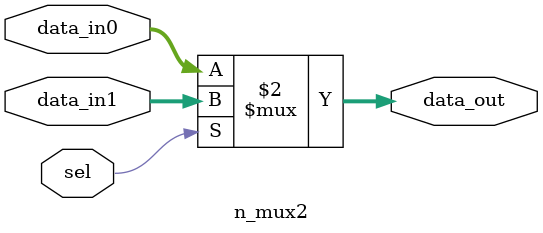
<source format=v>
`timescale 1ns / 1ps

/*
**  UCSD CSE 141L Lab2/3 Implemented Module
** -------------------------------------------------------------------
**  Parameterizzed Mux 2 inputs Module for Single-Cycle MIPS Processor for Altera FPGAs
**  Implements a very simple Parameterizzed mux module for the processor project
**	 Date: 7/2/2016
**	 Author: Son Do
*/

module n_mux2(data_in0, data_in1, sel, data_out);
parameter ADDR_WIDTH = 8;

	input [ADDR_WIDTH-1:0] data_in0;
	input [ADDR_WIDTH-1:0] data_in1;
	input sel;
	output [ADDR_WIDTH-1:0] data_out;

	assign data_out = (sel == 0) ? data_in0 : data_in1; 
endmodule 
</source>
